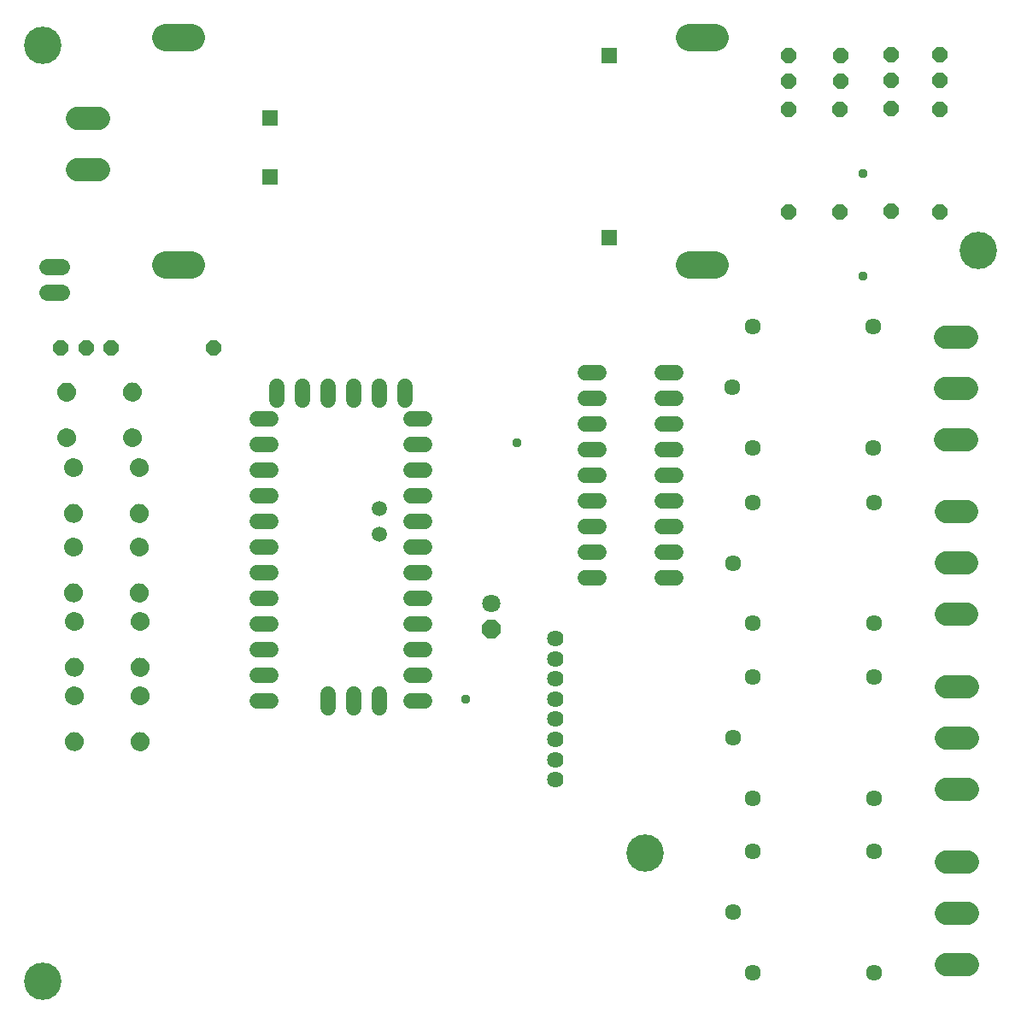
<source format=gbr>
G04 EAGLE Gerber RS-274X export*
G75*
%MOMM*%
%FSLAX34Y34*%
%LPD*%
%INSoldermask Bottom*%
%IPPOS*%
%AMOC8*
5,1,8,0,0,1.08239X$1,22.5*%
G01*
%ADD10C,3.703200*%
%ADD11P,1.951982X8X292.500000*%
%ADD12C,1.803400*%
%ADD13C,2.743200*%
%ADD14P,1.649562X8X292.500000*%
%ADD15P,1.649562X8X112.500000*%
%ADD16C,1.625600*%
%ADD17C,1.511200*%
%ADD18C,1.511200*%
%ADD19R,1.511200X1.511200*%
%ADD20C,1.524000*%
%ADD21P,1.649562X8X202.500000*%
%ADD22P,1.649562X8X22.500000*%
%ADD23C,2.298700*%
%ADD24C,1.625600*%
%ADD25C,1.611200*%
%ADD26C,0.959600*%

G36*
X126554Y612018D02*
X126554Y612018D01*
X126575Y612016D01*
X128266Y612168D01*
X128312Y612181D01*
X128388Y612191D01*
X130017Y612670D01*
X130045Y612684D01*
X130066Y612688D01*
X130091Y612702D01*
X130132Y612717D01*
X131636Y613504D01*
X131675Y613533D01*
X131740Y613572D01*
X133062Y614638D01*
X133094Y614674D01*
X133151Y614725D01*
X134240Y616028D01*
X134263Y616069D01*
X134310Y616130D01*
X135123Y617621D01*
X135138Y617666D01*
X135172Y617735D01*
X135679Y619355D01*
X135685Y619403D01*
X135704Y619477D01*
X135885Y621160D01*
X135910Y621358D01*
X135907Y621409D01*
X135911Y621500D01*
X135738Y623209D01*
X135725Y623255D01*
X135713Y623331D01*
X135210Y624973D01*
X135188Y625016D01*
X135162Y625088D01*
X134348Y626601D01*
X134318Y626638D01*
X134278Y626704D01*
X133185Y628028D01*
X133148Y628060D01*
X133097Y628116D01*
X131766Y629202D01*
X131723Y629225D01*
X131662Y629271D01*
X130145Y630076D01*
X130099Y630091D01*
X130030Y630123D01*
X129177Y630379D01*
X128384Y630617D01*
X128337Y630623D01*
X128262Y630641D01*
X126675Y630793D01*
X126658Y630800D01*
X126564Y630841D01*
X126554Y630841D01*
X126546Y630845D01*
X126359Y630856D01*
X124680Y630703D01*
X124633Y630690D01*
X124558Y630680D01*
X122941Y630202D01*
X122898Y630181D01*
X122826Y630156D01*
X121334Y629372D01*
X121296Y629342D01*
X121230Y629304D01*
X119919Y628244D01*
X119888Y628208D01*
X119831Y628157D01*
X118752Y626862D01*
X118728Y626820D01*
X118682Y626759D01*
X117876Y625278D01*
X117861Y625233D01*
X117828Y625164D01*
X117327Y623555D01*
X117321Y623507D01*
X117302Y623433D01*
X117127Y621780D01*
X117080Y621524D01*
X117080Y621502D01*
X117073Y621342D01*
X117258Y619625D01*
X117271Y619578D01*
X117283Y619503D01*
X117799Y617854D01*
X117821Y617811D01*
X117847Y617740D01*
X118675Y616223D01*
X118705Y616185D01*
X118745Y616120D01*
X119853Y614794D01*
X119889Y614763D01*
X119941Y614707D01*
X121286Y613623D01*
X121328Y613600D01*
X121390Y613554D01*
X122921Y612753D01*
X122967Y612739D01*
X123036Y612707D01*
X124693Y612219D01*
X124741Y612214D01*
X124816Y612196D01*
X126284Y612064D01*
X126312Y612048D01*
X126351Y612042D01*
X126388Y612027D01*
X126484Y612022D01*
X126534Y612014D01*
X126554Y612018D01*
G37*
G36*
X61530Y611993D02*
X61530Y611993D01*
X61551Y611991D01*
X63242Y612143D01*
X63288Y612156D01*
X63364Y612166D01*
X64993Y612645D01*
X65021Y612659D01*
X65042Y612663D01*
X65067Y612677D01*
X65108Y612692D01*
X66612Y613479D01*
X66651Y613508D01*
X66716Y613547D01*
X68038Y614613D01*
X68070Y614649D01*
X68127Y614700D01*
X69216Y616003D01*
X69239Y616044D01*
X69286Y616105D01*
X70099Y617596D01*
X70114Y617641D01*
X70148Y617710D01*
X70655Y619330D01*
X70661Y619378D01*
X70680Y619452D01*
X70861Y621135D01*
X70886Y621333D01*
X70883Y621384D01*
X70887Y621475D01*
X70714Y623184D01*
X70701Y623230D01*
X70689Y623306D01*
X70186Y624948D01*
X70164Y624991D01*
X70138Y625063D01*
X69324Y626576D01*
X69294Y626613D01*
X69254Y626679D01*
X68161Y628003D01*
X68124Y628035D01*
X68073Y628091D01*
X66742Y629177D01*
X66699Y629200D01*
X66638Y629246D01*
X65121Y630051D01*
X65075Y630066D01*
X65006Y630098D01*
X64153Y630354D01*
X63360Y630592D01*
X63313Y630598D01*
X63238Y630616D01*
X61651Y630768D01*
X61634Y630775D01*
X61540Y630816D01*
X61530Y630816D01*
X61522Y630820D01*
X61335Y630831D01*
X59656Y630678D01*
X59609Y630665D01*
X59534Y630655D01*
X57917Y630177D01*
X57874Y630156D01*
X57802Y630131D01*
X56310Y629347D01*
X56272Y629317D01*
X56206Y629279D01*
X54895Y628219D01*
X54864Y628183D01*
X54807Y628132D01*
X53728Y626837D01*
X53704Y626795D01*
X53658Y626734D01*
X52852Y625253D01*
X52837Y625208D01*
X52804Y625139D01*
X52303Y623530D01*
X52297Y623482D01*
X52278Y623408D01*
X52103Y621755D01*
X52056Y621499D01*
X52056Y621477D01*
X52049Y621317D01*
X52234Y619600D01*
X52247Y619553D01*
X52259Y619478D01*
X52775Y617829D01*
X52797Y617786D01*
X52823Y617715D01*
X53651Y616198D01*
X53681Y616160D01*
X53721Y616095D01*
X54829Y614769D01*
X54865Y614738D01*
X54917Y614682D01*
X56262Y613598D01*
X56304Y613575D01*
X56366Y613529D01*
X57897Y612728D01*
X57943Y612714D01*
X58012Y612682D01*
X59669Y612194D01*
X59717Y612189D01*
X59792Y612171D01*
X61260Y612039D01*
X61288Y612023D01*
X61327Y612017D01*
X61364Y612002D01*
X61460Y611997D01*
X61510Y611989D01*
X61530Y611993D01*
G37*
G36*
X61530Y566755D02*
X61530Y566755D01*
X61551Y566753D01*
X63242Y566905D01*
X63288Y566918D01*
X63364Y566928D01*
X64993Y567407D01*
X65021Y567421D01*
X65042Y567425D01*
X65067Y567439D01*
X65108Y567454D01*
X66612Y568241D01*
X66651Y568270D01*
X66716Y568309D01*
X68038Y569375D01*
X68070Y569411D01*
X68127Y569462D01*
X69216Y570765D01*
X69239Y570806D01*
X69286Y570867D01*
X70099Y572358D01*
X70114Y572403D01*
X70148Y572472D01*
X70655Y574092D01*
X70661Y574140D01*
X70680Y574214D01*
X70861Y575897D01*
X70886Y576095D01*
X70883Y576146D01*
X70887Y576237D01*
X70714Y577946D01*
X70701Y577992D01*
X70689Y578068D01*
X70186Y579710D01*
X70164Y579753D01*
X70138Y579825D01*
X69324Y581338D01*
X69294Y581375D01*
X69254Y581441D01*
X68161Y582765D01*
X68124Y582797D01*
X68073Y582853D01*
X66742Y583939D01*
X66699Y583962D01*
X66638Y584008D01*
X65121Y584813D01*
X65075Y584828D01*
X65006Y584860D01*
X64153Y585116D01*
X63360Y585354D01*
X63313Y585360D01*
X63238Y585378D01*
X61651Y585530D01*
X61634Y585537D01*
X61540Y585578D01*
X61530Y585578D01*
X61522Y585582D01*
X61335Y585593D01*
X59656Y585440D01*
X59609Y585427D01*
X59534Y585417D01*
X57917Y584939D01*
X57874Y584918D01*
X57802Y584893D01*
X56310Y584109D01*
X56272Y584079D01*
X56206Y584041D01*
X54895Y582981D01*
X54864Y582945D01*
X54807Y582894D01*
X53728Y581599D01*
X53704Y581557D01*
X53658Y581496D01*
X52852Y580015D01*
X52837Y579970D01*
X52804Y579901D01*
X52303Y578292D01*
X52297Y578244D01*
X52278Y578170D01*
X52103Y576517D01*
X52056Y576261D01*
X52056Y576239D01*
X52049Y576079D01*
X52234Y574362D01*
X52247Y574315D01*
X52259Y574240D01*
X52775Y572591D01*
X52797Y572548D01*
X52823Y572477D01*
X53651Y570960D01*
X53681Y570922D01*
X53721Y570857D01*
X54829Y569531D01*
X54865Y569500D01*
X54917Y569444D01*
X56262Y568360D01*
X56304Y568337D01*
X56366Y568291D01*
X57897Y567490D01*
X57943Y567476D01*
X58012Y567444D01*
X59669Y566956D01*
X59717Y566951D01*
X59792Y566933D01*
X61260Y566801D01*
X61288Y566785D01*
X61327Y566779D01*
X61364Y566764D01*
X61460Y566759D01*
X61510Y566751D01*
X61530Y566755D01*
G37*
G36*
X126605Y566730D02*
X126605Y566730D01*
X126626Y566728D01*
X128317Y566880D01*
X128363Y566893D01*
X128439Y566903D01*
X130068Y567382D01*
X130096Y567396D01*
X130117Y567400D01*
X130142Y567414D01*
X130183Y567429D01*
X131687Y568216D01*
X131726Y568245D01*
X131791Y568284D01*
X133113Y569350D01*
X133145Y569386D01*
X133202Y569437D01*
X134291Y570740D01*
X134314Y570781D01*
X134361Y570842D01*
X135174Y572333D01*
X135189Y572378D01*
X135223Y572447D01*
X135730Y574067D01*
X135736Y574115D01*
X135755Y574189D01*
X135936Y575872D01*
X135961Y576070D01*
X135958Y576121D01*
X135962Y576212D01*
X135789Y577921D01*
X135776Y577967D01*
X135764Y578043D01*
X135261Y579685D01*
X135239Y579728D01*
X135213Y579800D01*
X134399Y581313D01*
X134369Y581350D01*
X134329Y581416D01*
X133236Y582740D01*
X133199Y582772D01*
X133148Y582828D01*
X131817Y583914D01*
X131774Y583937D01*
X131713Y583983D01*
X130196Y584788D01*
X130150Y584803D01*
X130081Y584835D01*
X129228Y585091D01*
X128435Y585329D01*
X128388Y585335D01*
X128313Y585353D01*
X126726Y585505D01*
X126709Y585512D01*
X126615Y585553D01*
X126605Y585553D01*
X126597Y585557D01*
X126410Y585568D01*
X124731Y585415D01*
X124684Y585402D01*
X124609Y585392D01*
X122992Y584914D01*
X122949Y584893D01*
X122877Y584868D01*
X121385Y584084D01*
X121347Y584054D01*
X121281Y584016D01*
X119970Y582956D01*
X119939Y582920D01*
X119882Y582869D01*
X118803Y581574D01*
X118779Y581532D01*
X118733Y581471D01*
X117927Y579990D01*
X117912Y579945D01*
X117879Y579876D01*
X117378Y578267D01*
X117372Y578219D01*
X117353Y578145D01*
X117178Y576492D01*
X117131Y576236D01*
X117131Y576214D01*
X117124Y576054D01*
X117309Y574337D01*
X117322Y574290D01*
X117334Y574215D01*
X117850Y572566D01*
X117872Y572523D01*
X117898Y572452D01*
X118726Y570935D01*
X118756Y570897D01*
X118796Y570832D01*
X119904Y569506D01*
X119940Y569475D01*
X119992Y569419D01*
X121337Y568335D01*
X121379Y568312D01*
X121441Y568266D01*
X122972Y567465D01*
X123018Y567451D01*
X123087Y567419D01*
X124744Y566931D01*
X124792Y566926D01*
X124867Y566908D01*
X126335Y566776D01*
X126363Y566760D01*
X126402Y566754D01*
X126439Y566739D01*
X126535Y566734D01*
X126585Y566726D01*
X126605Y566730D01*
G37*
G36*
X133539Y537088D02*
X133539Y537088D01*
X133560Y537086D01*
X135251Y537238D01*
X135297Y537251D01*
X135373Y537261D01*
X137002Y537740D01*
X137030Y537754D01*
X137051Y537758D01*
X137076Y537772D01*
X137117Y537787D01*
X138621Y538574D01*
X138660Y538603D01*
X138725Y538642D01*
X140047Y539708D01*
X140079Y539744D01*
X140136Y539795D01*
X141225Y541098D01*
X141248Y541139D01*
X141295Y541200D01*
X142108Y542691D01*
X142123Y542736D01*
X142157Y542805D01*
X142664Y544425D01*
X142670Y544473D01*
X142689Y544547D01*
X142870Y546230D01*
X142895Y546428D01*
X142892Y546479D01*
X142896Y546570D01*
X142723Y548279D01*
X142710Y548325D01*
X142698Y548401D01*
X142195Y550043D01*
X142173Y550086D01*
X142147Y550158D01*
X141333Y551671D01*
X141303Y551708D01*
X141263Y551774D01*
X140170Y553098D01*
X140133Y553130D01*
X140082Y553186D01*
X138751Y554272D01*
X138708Y554295D01*
X138647Y554341D01*
X137130Y555146D01*
X137084Y555161D01*
X137015Y555193D01*
X136162Y555449D01*
X135369Y555687D01*
X135322Y555693D01*
X135247Y555711D01*
X133660Y555863D01*
X133643Y555870D01*
X133549Y555911D01*
X133539Y555911D01*
X133531Y555915D01*
X133344Y555926D01*
X131665Y555773D01*
X131618Y555760D01*
X131543Y555750D01*
X129926Y555272D01*
X129883Y555251D01*
X129811Y555226D01*
X128319Y554442D01*
X128281Y554412D01*
X128215Y554374D01*
X126904Y553314D01*
X126873Y553278D01*
X126816Y553227D01*
X125737Y551932D01*
X125713Y551890D01*
X125667Y551829D01*
X124861Y550348D01*
X124846Y550303D01*
X124813Y550234D01*
X124312Y548625D01*
X124306Y548577D01*
X124287Y548503D01*
X124112Y546850D01*
X124065Y546594D01*
X124065Y546572D01*
X124058Y546412D01*
X124243Y544695D01*
X124256Y544648D01*
X124268Y544573D01*
X124784Y542924D01*
X124806Y542881D01*
X124832Y542810D01*
X125660Y541293D01*
X125690Y541255D01*
X125730Y541190D01*
X126838Y539864D01*
X126874Y539833D01*
X126926Y539777D01*
X128271Y538693D01*
X128313Y538670D01*
X128375Y538624D01*
X129906Y537823D01*
X129952Y537809D01*
X130021Y537777D01*
X131678Y537289D01*
X131726Y537284D01*
X131801Y537266D01*
X133269Y537134D01*
X133297Y537118D01*
X133336Y537112D01*
X133373Y537097D01*
X133469Y537092D01*
X133519Y537084D01*
X133539Y537088D01*
G37*
G36*
X68515Y537063D02*
X68515Y537063D01*
X68536Y537061D01*
X70227Y537213D01*
X70273Y537226D01*
X70349Y537236D01*
X71978Y537715D01*
X72006Y537729D01*
X72027Y537733D01*
X72052Y537747D01*
X72093Y537762D01*
X73597Y538549D01*
X73636Y538578D01*
X73701Y538617D01*
X75023Y539683D01*
X75055Y539719D01*
X75112Y539770D01*
X76201Y541073D01*
X76224Y541114D01*
X76271Y541175D01*
X77084Y542666D01*
X77099Y542711D01*
X77133Y542780D01*
X77640Y544400D01*
X77646Y544448D01*
X77665Y544522D01*
X77846Y546205D01*
X77871Y546403D01*
X77868Y546454D01*
X77872Y546545D01*
X77699Y548254D01*
X77686Y548300D01*
X77674Y548376D01*
X77171Y550018D01*
X77149Y550061D01*
X77123Y550133D01*
X76309Y551646D01*
X76279Y551683D01*
X76239Y551749D01*
X75146Y553073D01*
X75109Y553105D01*
X75058Y553161D01*
X73727Y554247D01*
X73684Y554270D01*
X73623Y554316D01*
X72106Y555121D01*
X72060Y555136D01*
X71991Y555168D01*
X71138Y555424D01*
X70345Y555662D01*
X70298Y555668D01*
X70223Y555686D01*
X68636Y555838D01*
X68619Y555845D01*
X68525Y555886D01*
X68515Y555886D01*
X68507Y555890D01*
X68320Y555901D01*
X66641Y555748D01*
X66594Y555735D01*
X66519Y555725D01*
X64902Y555247D01*
X64859Y555226D01*
X64787Y555201D01*
X63295Y554417D01*
X63257Y554387D01*
X63191Y554349D01*
X61880Y553289D01*
X61849Y553253D01*
X61792Y553202D01*
X60713Y551907D01*
X60689Y551865D01*
X60643Y551804D01*
X59837Y550323D01*
X59822Y550278D01*
X59789Y550209D01*
X59288Y548600D01*
X59282Y548552D01*
X59263Y548478D01*
X59088Y546825D01*
X59041Y546569D01*
X59041Y546547D01*
X59034Y546387D01*
X59219Y544670D01*
X59232Y544623D01*
X59244Y544548D01*
X59760Y542899D01*
X59782Y542856D01*
X59808Y542785D01*
X60636Y541268D01*
X60666Y541230D01*
X60706Y541165D01*
X61814Y539839D01*
X61850Y539808D01*
X61902Y539752D01*
X63247Y538668D01*
X63289Y538645D01*
X63351Y538599D01*
X64882Y537798D01*
X64928Y537784D01*
X64997Y537752D01*
X66654Y537264D01*
X66702Y537259D01*
X66777Y537241D01*
X68245Y537109D01*
X68273Y537093D01*
X68312Y537087D01*
X68349Y537072D01*
X68445Y537067D01*
X68495Y537059D01*
X68515Y537063D01*
G37*
G36*
X68515Y491825D02*
X68515Y491825D01*
X68536Y491823D01*
X70227Y491975D01*
X70273Y491988D01*
X70349Y491998D01*
X71978Y492477D01*
X72006Y492491D01*
X72027Y492495D01*
X72052Y492509D01*
X72093Y492524D01*
X73597Y493311D01*
X73636Y493340D01*
X73701Y493379D01*
X75023Y494445D01*
X75055Y494481D01*
X75112Y494532D01*
X76201Y495835D01*
X76224Y495876D01*
X76271Y495937D01*
X77084Y497428D01*
X77099Y497473D01*
X77133Y497542D01*
X77640Y499162D01*
X77646Y499210D01*
X77665Y499284D01*
X77846Y500967D01*
X77871Y501165D01*
X77868Y501216D01*
X77872Y501307D01*
X77699Y503016D01*
X77686Y503062D01*
X77674Y503138D01*
X77171Y504780D01*
X77149Y504823D01*
X77123Y504895D01*
X76309Y506408D01*
X76279Y506445D01*
X76239Y506511D01*
X75146Y507835D01*
X75109Y507867D01*
X75058Y507923D01*
X73727Y509009D01*
X73684Y509032D01*
X73623Y509078D01*
X72106Y509883D01*
X72060Y509898D01*
X71991Y509930D01*
X71138Y510186D01*
X70345Y510424D01*
X70298Y510430D01*
X70223Y510448D01*
X68636Y510600D01*
X68619Y510607D01*
X68525Y510648D01*
X68515Y510648D01*
X68507Y510652D01*
X68320Y510663D01*
X66641Y510510D01*
X66594Y510497D01*
X66519Y510487D01*
X64902Y510009D01*
X64859Y509988D01*
X64787Y509963D01*
X63295Y509179D01*
X63257Y509149D01*
X63191Y509111D01*
X61880Y508051D01*
X61849Y508015D01*
X61792Y507964D01*
X60713Y506669D01*
X60689Y506627D01*
X60643Y506566D01*
X59837Y505085D01*
X59822Y505040D01*
X59789Y504971D01*
X59288Y503362D01*
X59282Y503314D01*
X59263Y503240D01*
X59088Y501587D01*
X59041Y501331D01*
X59041Y501309D01*
X59034Y501149D01*
X59219Y499432D01*
X59232Y499385D01*
X59244Y499310D01*
X59760Y497661D01*
X59782Y497618D01*
X59808Y497547D01*
X60636Y496030D01*
X60666Y495992D01*
X60706Y495927D01*
X61814Y494601D01*
X61850Y494570D01*
X61902Y494514D01*
X63247Y493430D01*
X63289Y493407D01*
X63351Y493361D01*
X64882Y492560D01*
X64928Y492546D01*
X64997Y492514D01*
X66654Y492026D01*
X66702Y492021D01*
X66777Y492003D01*
X68245Y491871D01*
X68273Y491855D01*
X68312Y491849D01*
X68349Y491834D01*
X68445Y491829D01*
X68495Y491821D01*
X68515Y491825D01*
G37*
G36*
X133590Y491800D02*
X133590Y491800D01*
X133611Y491798D01*
X135302Y491950D01*
X135348Y491963D01*
X135424Y491973D01*
X137053Y492452D01*
X137081Y492466D01*
X137102Y492470D01*
X137127Y492484D01*
X137168Y492499D01*
X138672Y493286D01*
X138711Y493315D01*
X138776Y493354D01*
X140098Y494420D01*
X140130Y494456D01*
X140187Y494507D01*
X141276Y495810D01*
X141299Y495851D01*
X141346Y495912D01*
X142159Y497403D01*
X142174Y497448D01*
X142208Y497517D01*
X142715Y499137D01*
X142721Y499185D01*
X142740Y499259D01*
X142921Y500942D01*
X142946Y501140D01*
X142943Y501191D01*
X142947Y501282D01*
X142774Y502991D01*
X142761Y503037D01*
X142749Y503113D01*
X142246Y504755D01*
X142224Y504798D01*
X142198Y504870D01*
X141384Y506383D01*
X141354Y506420D01*
X141314Y506486D01*
X140221Y507810D01*
X140184Y507842D01*
X140133Y507898D01*
X138802Y508984D01*
X138759Y509007D01*
X138698Y509053D01*
X137181Y509858D01*
X137135Y509873D01*
X137066Y509905D01*
X136213Y510161D01*
X135420Y510399D01*
X135373Y510405D01*
X135298Y510423D01*
X133711Y510575D01*
X133694Y510582D01*
X133600Y510623D01*
X133590Y510623D01*
X133582Y510627D01*
X133395Y510638D01*
X131716Y510485D01*
X131669Y510472D01*
X131594Y510462D01*
X129977Y509984D01*
X129934Y509963D01*
X129862Y509938D01*
X128370Y509154D01*
X128332Y509124D01*
X128266Y509086D01*
X126955Y508026D01*
X126924Y507990D01*
X126867Y507939D01*
X125788Y506644D01*
X125764Y506602D01*
X125718Y506541D01*
X124912Y505060D01*
X124897Y505015D01*
X124864Y504946D01*
X124363Y503337D01*
X124357Y503289D01*
X124338Y503215D01*
X124163Y501562D01*
X124116Y501306D01*
X124116Y501284D01*
X124109Y501124D01*
X124294Y499407D01*
X124307Y499360D01*
X124319Y499285D01*
X124835Y497636D01*
X124857Y497593D01*
X124883Y497522D01*
X125711Y496005D01*
X125741Y495967D01*
X125781Y495902D01*
X126889Y494576D01*
X126925Y494545D01*
X126977Y494489D01*
X128322Y493405D01*
X128364Y493382D01*
X128426Y493336D01*
X129957Y492535D01*
X130003Y492521D01*
X130072Y492489D01*
X131729Y492001D01*
X131777Y491996D01*
X131852Y491978D01*
X133320Y491846D01*
X133348Y491830D01*
X133387Y491824D01*
X133424Y491809D01*
X133520Y491804D01*
X133570Y491796D01*
X133590Y491800D01*
G37*
G36*
X133539Y458348D02*
X133539Y458348D01*
X133560Y458346D01*
X135251Y458498D01*
X135297Y458511D01*
X135373Y458521D01*
X137002Y459000D01*
X137030Y459014D01*
X137051Y459018D01*
X137076Y459032D01*
X137117Y459047D01*
X138621Y459834D01*
X138660Y459863D01*
X138725Y459902D01*
X140047Y460968D01*
X140079Y461004D01*
X140136Y461055D01*
X141225Y462358D01*
X141248Y462399D01*
X141295Y462460D01*
X142108Y463951D01*
X142123Y463996D01*
X142157Y464065D01*
X142664Y465685D01*
X142670Y465733D01*
X142689Y465807D01*
X142870Y467490D01*
X142895Y467688D01*
X142892Y467739D01*
X142896Y467830D01*
X142723Y469539D01*
X142710Y469585D01*
X142698Y469661D01*
X142195Y471303D01*
X142173Y471346D01*
X142147Y471418D01*
X141333Y472931D01*
X141303Y472968D01*
X141263Y473034D01*
X140170Y474358D01*
X140133Y474390D01*
X140082Y474446D01*
X138751Y475532D01*
X138708Y475555D01*
X138647Y475601D01*
X137130Y476406D01*
X137084Y476421D01*
X137015Y476453D01*
X136162Y476709D01*
X135369Y476947D01*
X135322Y476953D01*
X135247Y476971D01*
X133660Y477123D01*
X133643Y477130D01*
X133549Y477171D01*
X133539Y477171D01*
X133531Y477175D01*
X133344Y477186D01*
X131665Y477033D01*
X131618Y477020D01*
X131543Y477010D01*
X129926Y476532D01*
X129883Y476511D01*
X129811Y476486D01*
X128319Y475702D01*
X128281Y475672D01*
X128215Y475634D01*
X126904Y474574D01*
X126873Y474538D01*
X126816Y474487D01*
X125737Y473192D01*
X125713Y473150D01*
X125667Y473089D01*
X124861Y471608D01*
X124846Y471563D01*
X124813Y471494D01*
X124312Y469885D01*
X124306Y469837D01*
X124287Y469763D01*
X124112Y468110D01*
X124065Y467854D01*
X124065Y467832D01*
X124058Y467672D01*
X124243Y465955D01*
X124256Y465908D01*
X124268Y465833D01*
X124784Y464184D01*
X124806Y464141D01*
X124832Y464070D01*
X125660Y462553D01*
X125690Y462515D01*
X125730Y462450D01*
X126838Y461124D01*
X126874Y461093D01*
X126926Y461037D01*
X128271Y459953D01*
X128313Y459930D01*
X128375Y459884D01*
X129906Y459083D01*
X129952Y459069D01*
X130021Y459037D01*
X131678Y458549D01*
X131726Y458544D01*
X131801Y458526D01*
X133269Y458394D01*
X133297Y458378D01*
X133336Y458372D01*
X133373Y458357D01*
X133469Y458352D01*
X133519Y458344D01*
X133539Y458348D01*
G37*
G36*
X68515Y458323D02*
X68515Y458323D01*
X68536Y458321D01*
X70227Y458473D01*
X70273Y458486D01*
X70349Y458496D01*
X71978Y458975D01*
X72006Y458989D01*
X72027Y458993D01*
X72052Y459007D01*
X72093Y459022D01*
X73597Y459809D01*
X73636Y459838D01*
X73701Y459877D01*
X75023Y460943D01*
X75055Y460979D01*
X75112Y461030D01*
X76201Y462333D01*
X76224Y462374D01*
X76271Y462435D01*
X77084Y463926D01*
X77099Y463971D01*
X77133Y464040D01*
X77640Y465660D01*
X77646Y465708D01*
X77665Y465782D01*
X77846Y467465D01*
X77871Y467663D01*
X77868Y467714D01*
X77872Y467805D01*
X77699Y469514D01*
X77686Y469560D01*
X77674Y469636D01*
X77171Y471278D01*
X77149Y471321D01*
X77123Y471393D01*
X76309Y472906D01*
X76279Y472943D01*
X76239Y473009D01*
X75146Y474333D01*
X75109Y474365D01*
X75058Y474421D01*
X73727Y475507D01*
X73684Y475530D01*
X73623Y475576D01*
X72106Y476381D01*
X72060Y476396D01*
X71991Y476428D01*
X71138Y476684D01*
X70345Y476922D01*
X70298Y476928D01*
X70223Y476946D01*
X68636Y477098D01*
X68619Y477105D01*
X68525Y477146D01*
X68515Y477146D01*
X68507Y477150D01*
X68320Y477161D01*
X66641Y477008D01*
X66594Y476995D01*
X66519Y476985D01*
X64902Y476507D01*
X64859Y476486D01*
X64787Y476461D01*
X63295Y475677D01*
X63257Y475647D01*
X63191Y475609D01*
X61880Y474549D01*
X61849Y474513D01*
X61792Y474462D01*
X60713Y473167D01*
X60689Y473125D01*
X60643Y473064D01*
X59837Y471583D01*
X59822Y471538D01*
X59789Y471469D01*
X59288Y469860D01*
X59282Y469812D01*
X59263Y469738D01*
X59088Y468085D01*
X59041Y467829D01*
X59041Y467807D01*
X59034Y467647D01*
X59219Y465930D01*
X59232Y465883D01*
X59244Y465808D01*
X59760Y464159D01*
X59782Y464116D01*
X59808Y464045D01*
X60636Y462528D01*
X60666Y462490D01*
X60706Y462425D01*
X61814Y461099D01*
X61850Y461068D01*
X61902Y461012D01*
X63247Y459928D01*
X63289Y459905D01*
X63351Y459859D01*
X64882Y459058D01*
X64928Y459044D01*
X64997Y459012D01*
X66654Y458524D01*
X66702Y458519D01*
X66777Y458501D01*
X68245Y458369D01*
X68273Y458353D01*
X68312Y458347D01*
X68349Y458332D01*
X68445Y458327D01*
X68495Y458319D01*
X68515Y458323D01*
G37*
G36*
X68515Y413085D02*
X68515Y413085D01*
X68536Y413083D01*
X70227Y413235D01*
X70273Y413248D01*
X70349Y413258D01*
X71978Y413737D01*
X72006Y413751D01*
X72027Y413755D01*
X72052Y413769D01*
X72093Y413784D01*
X73597Y414571D01*
X73636Y414600D01*
X73701Y414639D01*
X75023Y415705D01*
X75055Y415741D01*
X75112Y415792D01*
X76201Y417095D01*
X76224Y417136D01*
X76271Y417197D01*
X77084Y418688D01*
X77099Y418733D01*
X77133Y418802D01*
X77640Y420422D01*
X77646Y420470D01*
X77665Y420544D01*
X77846Y422227D01*
X77871Y422425D01*
X77868Y422476D01*
X77872Y422567D01*
X77699Y424276D01*
X77686Y424322D01*
X77674Y424398D01*
X77171Y426040D01*
X77149Y426083D01*
X77123Y426155D01*
X76309Y427668D01*
X76279Y427705D01*
X76239Y427771D01*
X75146Y429095D01*
X75109Y429127D01*
X75058Y429183D01*
X73727Y430269D01*
X73684Y430292D01*
X73623Y430338D01*
X72106Y431143D01*
X72060Y431158D01*
X71991Y431190D01*
X71138Y431446D01*
X70345Y431684D01*
X70298Y431690D01*
X70223Y431708D01*
X68636Y431860D01*
X68619Y431867D01*
X68525Y431908D01*
X68515Y431908D01*
X68507Y431912D01*
X68320Y431923D01*
X66641Y431770D01*
X66594Y431757D01*
X66519Y431747D01*
X64902Y431269D01*
X64859Y431248D01*
X64787Y431223D01*
X63295Y430439D01*
X63257Y430409D01*
X63191Y430371D01*
X61880Y429311D01*
X61849Y429275D01*
X61792Y429224D01*
X60713Y427929D01*
X60689Y427887D01*
X60643Y427826D01*
X59837Y426345D01*
X59822Y426300D01*
X59789Y426231D01*
X59288Y424622D01*
X59282Y424574D01*
X59263Y424500D01*
X59088Y422847D01*
X59041Y422591D01*
X59041Y422569D01*
X59034Y422409D01*
X59219Y420692D01*
X59232Y420645D01*
X59244Y420570D01*
X59760Y418921D01*
X59782Y418878D01*
X59808Y418807D01*
X60636Y417290D01*
X60666Y417252D01*
X60706Y417187D01*
X61814Y415861D01*
X61850Y415830D01*
X61902Y415774D01*
X63247Y414690D01*
X63289Y414667D01*
X63351Y414621D01*
X64882Y413820D01*
X64928Y413806D01*
X64997Y413774D01*
X66654Y413286D01*
X66702Y413281D01*
X66777Y413263D01*
X68245Y413131D01*
X68273Y413115D01*
X68312Y413109D01*
X68349Y413094D01*
X68445Y413089D01*
X68495Y413081D01*
X68515Y413085D01*
G37*
G36*
X133590Y413060D02*
X133590Y413060D01*
X133611Y413058D01*
X135302Y413210D01*
X135348Y413223D01*
X135424Y413233D01*
X137053Y413712D01*
X137081Y413726D01*
X137102Y413730D01*
X137127Y413744D01*
X137168Y413759D01*
X138672Y414546D01*
X138711Y414575D01*
X138776Y414614D01*
X140098Y415680D01*
X140130Y415716D01*
X140187Y415767D01*
X141276Y417070D01*
X141299Y417111D01*
X141346Y417172D01*
X142159Y418663D01*
X142174Y418708D01*
X142208Y418777D01*
X142715Y420397D01*
X142721Y420445D01*
X142740Y420519D01*
X142921Y422202D01*
X142946Y422400D01*
X142943Y422451D01*
X142947Y422542D01*
X142774Y424251D01*
X142761Y424297D01*
X142749Y424373D01*
X142246Y426015D01*
X142224Y426058D01*
X142198Y426130D01*
X141384Y427643D01*
X141354Y427680D01*
X141314Y427746D01*
X140221Y429070D01*
X140184Y429102D01*
X140133Y429158D01*
X138802Y430244D01*
X138759Y430267D01*
X138698Y430313D01*
X137181Y431118D01*
X137135Y431133D01*
X137066Y431165D01*
X136213Y431421D01*
X135420Y431659D01*
X135373Y431665D01*
X135298Y431683D01*
X133711Y431835D01*
X133694Y431842D01*
X133600Y431883D01*
X133590Y431883D01*
X133582Y431887D01*
X133395Y431898D01*
X131716Y431745D01*
X131669Y431732D01*
X131594Y431722D01*
X129977Y431244D01*
X129934Y431223D01*
X129862Y431198D01*
X128370Y430414D01*
X128332Y430384D01*
X128266Y430346D01*
X126955Y429286D01*
X126924Y429250D01*
X126867Y429199D01*
X125788Y427904D01*
X125764Y427862D01*
X125718Y427801D01*
X124912Y426320D01*
X124897Y426275D01*
X124864Y426206D01*
X124363Y424597D01*
X124357Y424549D01*
X124338Y424475D01*
X124163Y422822D01*
X124116Y422566D01*
X124116Y422544D01*
X124109Y422384D01*
X124294Y420667D01*
X124307Y420620D01*
X124319Y420545D01*
X124835Y418896D01*
X124857Y418853D01*
X124883Y418782D01*
X125711Y417265D01*
X125741Y417227D01*
X125781Y417162D01*
X126889Y415836D01*
X126925Y415805D01*
X126977Y415749D01*
X128322Y414665D01*
X128364Y414642D01*
X128426Y414596D01*
X129957Y413795D01*
X130003Y413781D01*
X130072Y413749D01*
X131729Y413261D01*
X131777Y413256D01*
X131852Y413238D01*
X133320Y413106D01*
X133348Y413090D01*
X133387Y413084D01*
X133424Y413069D01*
X133520Y413064D01*
X133570Y413056D01*
X133590Y413060D01*
G37*
G36*
X134174Y384688D02*
X134174Y384688D01*
X134195Y384686D01*
X135886Y384838D01*
X135932Y384851D01*
X136008Y384861D01*
X137637Y385340D01*
X137665Y385354D01*
X137686Y385358D01*
X137711Y385372D01*
X137752Y385387D01*
X139256Y386174D01*
X139295Y386203D01*
X139360Y386242D01*
X140682Y387308D01*
X140714Y387344D01*
X140771Y387395D01*
X141860Y388698D01*
X141883Y388739D01*
X141930Y388800D01*
X142743Y390291D01*
X142758Y390336D01*
X142792Y390405D01*
X143299Y392025D01*
X143305Y392073D01*
X143324Y392147D01*
X143505Y393830D01*
X143530Y394028D01*
X143527Y394079D01*
X143531Y394170D01*
X143358Y395879D01*
X143345Y395925D01*
X143333Y396001D01*
X142830Y397643D01*
X142808Y397686D01*
X142782Y397758D01*
X141968Y399271D01*
X141938Y399308D01*
X141898Y399374D01*
X140805Y400698D01*
X140768Y400730D01*
X140717Y400786D01*
X139386Y401872D01*
X139343Y401895D01*
X139282Y401941D01*
X137765Y402746D01*
X137719Y402761D01*
X137650Y402793D01*
X136797Y403049D01*
X136004Y403287D01*
X135957Y403293D01*
X135882Y403311D01*
X134295Y403463D01*
X134278Y403470D01*
X134184Y403511D01*
X134174Y403511D01*
X134166Y403515D01*
X133979Y403526D01*
X132300Y403373D01*
X132253Y403360D01*
X132178Y403350D01*
X130561Y402872D01*
X130518Y402851D01*
X130446Y402826D01*
X128954Y402042D01*
X128916Y402012D01*
X128850Y401974D01*
X127539Y400914D01*
X127508Y400878D01*
X127451Y400827D01*
X126372Y399532D01*
X126348Y399490D01*
X126302Y399429D01*
X125496Y397948D01*
X125481Y397903D01*
X125448Y397834D01*
X124947Y396225D01*
X124941Y396177D01*
X124922Y396103D01*
X124747Y394450D01*
X124700Y394194D01*
X124700Y394172D01*
X124693Y394012D01*
X124878Y392295D01*
X124891Y392248D01*
X124903Y392173D01*
X125419Y390524D01*
X125441Y390481D01*
X125467Y390410D01*
X126295Y388893D01*
X126325Y388855D01*
X126365Y388790D01*
X127473Y387464D01*
X127509Y387433D01*
X127561Y387377D01*
X128906Y386293D01*
X128948Y386270D01*
X129010Y386224D01*
X130541Y385423D01*
X130587Y385409D01*
X130656Y385377D01*
X132313Y384889D01*
X132361Y384884D01*
X132436Y384866D01*
X133904Y384734D01*
X133932Y384718D01*
X133971Y384712D01*
X134008Y384697D01*
X134104Y384692D01*
X134154Y384684D01*
X134174Y384688D01*
G37*
G36*
X69150Y384663D02*
X69150Y384663D01*
X69171Y384661D01*
X70862Y384813D01*
X70908Y384826D01*
X70984Y384836D01*
X72613Y385315D01*
X72641Y385329D01*
X72662Y385333D01*
X72687Y385347D01*
X72728Y385362D01*
X74232Y386149D01*
X74271Y386178D01*
X74336Y386217D01*
X75658Y387283D01*
X75690Y387319D01*
X75747Y387370D01*
X76836Y388673D01*
X76859Y388714D01*
X76906Y388775D01*
X77719Y390266D01*
X77734Y390311D01*
X77768Y390380D01*
X78275Y392000D01*
X78281Y392048D01*
X78300Y392122D01*
X78481Y393805D01*
X78506Y394003D01*
X78503Y394054D01*
X78507Y394145D01*
X78334Y395854D01*
X78321Y395900D01*
X78309Y395976D01*
X77806Y397618D01*
X77784Y397661D01*
X77758Y397733D01*
X76944Y399246D01*
X76914Y399283D01*
X76874Y399349D01*
X75781Y400673D01*
X75744Y400705D01*
X75693Y400761D01*
X74362Y401847D01*
X74319Y401870D01*
X74258Y401916D01*
X72741Y402721D01*
X72695Y402736D01*
X72626Y402768D01*
X71773Y403024D01*
X70980Y403262D01*
X70933Y403268D01*
X70858Y403286D01*
X69271Y403438D01*
X69254Y403445D01*
X69160Y403486D01*
X69150Y403486D01*
X69142Y403490D01*
X68955Y403501D01*
X67276Y403348D01*
X67229Y403335D01*
X67154Y403325D01*
X65537Y402847D01*
X65494Y402826D01*
X65422Y402801D01*
X63930Y402017D01*
X63892Y401987D01*
X63826Y401949D01*
X62515Y400889D01*
X62484Y400853D01*
X62427Y400802D01*
X61348Y399507D01*
X61324Y399465D01*
X61278Y399404D01*
X60472Y397923D01*
X60457Y397878D01*
X60424Y397809D01*
X59923Y396200D01*
X59917Y396152D01*
X59898Y396078D01*
X59723Y394425D01*
X59676Y394169D01*
X59676Y394147D01*
X59669Y393987D01*
X59854Y392270D01*
X59867Y392223D01*
X59879Y392148D01*
X60395Y390499D01*
X60417Y390456D01*
X60443Y390385D01*
X61271Y388868D01*
X61301Y388830D01*
X61341Y388765D01*
X62449Y387439D01*
X62485Y387408D01*
X62537Y387352D01*
X63882Y386268D01*
X63924Y386245D01*
X63986Y386199D01*
X65517Y385398D01*
X65563Y385384D01*
X65632Y385352D01*
X67289Y384864D01*
X67337Y384859D01*
X67412Y384841D01*
X68880Y384709D01*
X68908Y384693D01*
X68947Y384687D01*
X68984Y384672D01*
X69080Y384667D01*
X69130Y384659D01*
X69150Y384663D01*
G37*
G36*
X69150Y339425D02*
X69150Y339425D01*
X69171Y339423D01*
X70862Y339575D01*
X70908Y339588D01*
X70984Y339598D01*
X72613Y340077D01*
X72641Y340091D01*
X72662Y340095D01*
X72687Y340109D01*
X72728Y340124D01*
X74232Y340911D01*
X74271Y340940D01*
X74336Y340979D01*
X75658Y342045D01*
X75690Y342081D01*
X75747Y342132D01*
X76836Y343435D01*
X76859Y343476D01*
X76906Y343537D01*
X77719Y345028D01*
X77734Y345073D01*
X77768Y345142D01*
X78275Y346762D01*
X78281Y346810D01*
X78300Y346884D01*
X78481Y348567D01*
X78506Y348765D01*
X78503Y348816D01*
X78507Y348907D01*
X78334Y350616D01*
X78321Y350662D01*
X78309Y350738D01*
X77806Y352380D01*
X77784Y352423D01*
X77758Y352495D01*
X76944Y354008D01*
X76914Y354045D01*
X76874Y354111D01*
X75781Y355435D01*
X75744Y355467D01*
X75693Y355523D01*
X74362Y356609D01*
X74319Y356632D01*
X74258Y356678D01*
X72741Y357483D01*
X72695Y357498D01*
X72626Y357530D01*
X71773Y357786D01*
X70980Y358024D01*
X70933Y358030D01*
X70858Y358048D01*
X69271Y358200D01*
X69254Y358207D01*
X69160Y358248D01*
X69150Y358248D01*
X69142Y358252D01*
X68955Y358263D01*
X67276Y358110D01*
X67229Y358097D01*
X67154Y358087D01*
X65537Y357609D01*
X65494Y357588D01*
X65422Y357563D01*
X63930Y356779D01*
X63892Y356749D01*
X63826Y356711D01*
X62515Y355651D01*
X62484Y355615D01*
X62427Y355564D01*
X61348Y354269D01*
X61324Y354227D01*
X61278Y354166D01*
X60472Y352685D01*
X60457Y352640D01*
X60424Y352571D01*
X59923Y350962D01*
X59917Y350914D01*
X59898Y350840D01*
X59723Y349187D01*
X59676Y348931D01*
X59676Y348909D01*
X59669Y348749D01*
X59854Y347032D01*
X59867Y346985D01*
X59879Y346910D01*
X60395Y345261D01*
X60417Y345218D01*
X60443Y345147D01*
X61271Y343630D01*
X61301Y343592D01*
X61341Y343527D01*
X62449Y342201D01*
X62485Y342170D01*
X62537Y342114D01*
X63882Y341030D01*
X63924Y341007D01*
X63986Y340961D01*
X65517Y340160D01*
X65563Y340146D01*
X65632Y340114D01*
X67289Y339626D01*
X67337Y339621D01*
X67412Y339603D01*
X68880Y339471D01*
X68908Y339455D01*
X68947Y339449D01*
X68984Y339434D01*
X69080Y339429D01*
X69130Y339421D01*
X69150Y339425D01*
G37*
G36*
X134225Y339400D02*
X134225Y339400D01*
X134246Y339398D01*
X135937Y339550D01*
X135983Y339563D01*
X136059Y339573D01*
X137688Y340052D01*
X137716Y340066D01*
X137737Y340070D01*
X137762Y340084D01*
X137803Y340099D01*
X139307Y340886D01*
X139346Y340915D01*
X139411Y340954D01*
X140733Y342020D01*
X140765Y342056D01*
X140822Y342107D01*
X141911Y343410D01*
X141934Y343451D01*
X141981Y343512D01*
X142794Y345003D01*
X142809Y345048D01*
X142843Y345117D01*
X143350Y346737D01*
X143356Y346785D01*
X143375Y346859D01*
X143556Y348542D01*
X143581Y348740D01*
X143578Y348791D01*
X143582Y348882D01*
X143409Y350591D01*
X143396Y350637D01*
X143384Y350713D01*
X142881Y352355D01*
X142859Y352398D01*
X142833Y352470D01*
X142019Y353983D01*
X141989Y354020D01*
X141949Y354086D01*
X140856Y355410D01*
X140819Y355442D01*
X140768Y355498D01*
X139437Y356584D01*
X139394Y356607D01*
X139333Y356653D01*
X137816Y357458D01*
X137770Y357473D01*
X137701Y357505D01*
X136848Y357761D01*
X136055Y357999D01*
X136008Y358005D01*
X135933Y358023D01*
X134346Y358175D01*
X134329Y358182D01*
X134235Y358223D01*
X134225Y358223D01*
X134217Y358227D01*
X134030Y358238D01*
X132351Y358085D01*
X132304Y358072D01*
X132229Y358062D01*
X130612Y357584D01*
X130569Y357563D01*
X130497Y357538D01*
X129005Y356754D01*
X128967Y356724D01*
X128901Y356686D01*
X127590Y355626D01*
X127559Y355590D01*
X127502Y355539D01*
X126423Y354244D01*
X126399Y354202D01*
X126353Y354141D01*
X125547Y352660D01*
X125532Y352615D01*
X125499Y352546D01*
X124998Y350937D01*
X124992Y350889D01*
X124973Y350815D01*
X124798Y349162D01*
X124751Y348906D01*
X124751Y348884D01*
X124744Y348724D01*
X124929Y347007D01*
X124942Y346960D01*
X124954Y346885D01*
X125470Y345236D01*
X125492Y345193D01*
X125518Y345122D01*
X126346Y343605D01*
X126376Y343567D01*
X126416Y343502D01*
X127524Y342176D01*
X127560Y342145D01*
X127612Y342089D01*
X128957Y341005D01*
X128999Y340982D01*
X129061Y340936D01*
X130592Y340135D01*
X130638Y340121D01*
X130707Y340089D01*
X132364Y339601D01*
X132412Y339596D01*
X132487Y339578D01*
X133955Y339446D01*
X133983Y339430D01*
X134022Y339424D01*
X134059Y339409D01*
X134155Y339404D01*
X134205Y339396D01*
X134225Y339400D01*
G37*
G36*
X134174Y311028D02*
X134174Y311028D01*
X134195Y311026D01*
X135886Y311178D01*
X135932Y311191D01*
X136008Y311201D01*
X137637Y311680D01*
X137665Y311694D01*
X137686Y311698D01*
X137711Y311712D01*
X137752Y311727D01*
X139256Y312514D01*
X139295Y312543D01*
X139360Y312582D01*
X140682Y313648D01*
X140714Y313684D01*
X140771Y313735D01*
X141860Y315038D01*
X141883Y315079D01*
X141930Y315140D01*
X142743Y316631D01*
X142758Y316676D01*
X142792Y316745D01*
X143299Y318365D01*
X143305Y318413D01*
X143324Y318487D01*
X143505Y320170D01*
X143530Y320368D01*
X143527Y320419D01*
X143531Y320510D01*
X143358Y322219D01*
X143345Y322265D01*
X143333Y322341D01*
X142830Y323983D01*
X142808Y324026D01*
X142782Y324098D01*
X141968Y325611D01*
X141938Y325648D01*
X141898Y325714D01*
X140805Y327038D01*
X140768Y327070D01*
X140717Y327126D01*
X139386Y328212D01*
X139343Y328235D01*
X139282Y328281D01*
X137765Y329086D01*
X137719Y329101D01*
X137650Y329133D01*
X136797Y329389D01*
X136004Y329627D01*
X135957Y329633D01*
X135882Y329651D01*
X134295Y329803D01*
X134278Y329810D01*
X134184Y329851D01*
X134174Y329851D01*
X134166Y329855D01*
X133979Y329866D01*
X132300Y329713D01*
X132253Y329700D01*
X132178Y329690D01*
X130561Y329212D01*
X130518Y329191D01*
X130446Y329166D01*
X128954Y328382D01*
X128916Y328352D01*
X128850Y328314D01*
X127539Y327254D01*
X127508Y327218D01*
X127451Y327167D01*
X126372Y325872D01*
X126348Y325830D01*
X126302Y325769D01*
X125496Y324288D01*
X125481Y324243D01*
X125448Y324174D01*
X124947Y322565D01*
X124941Y322517D01*
X124922Y322443D01*
X124747Y320790D01*
X124700Y320534D01*
X124700Y320512D01*
X124693Y320352D01*
X124878Y318635D01*
X124891Y318588D01*
X124903Y318513D01*
X125419Y316864D01*
X125441Y316821D01*
X125467Y316750D01*
X126295Y315233D01*
X126325Y315195D01*
X126365Y315130D01*
X127473Y313804D01*
X127509Y313773D01*
X127561Y313717D01*
X128906Y312633D01*
X128948Y312610D01*
X129010Y312564D01*
X130541Y311763D01*
X130587Y311749D01*
X130656Y311717D01*
X132313Y311229D01*
X132361Y311224D01*
X132436Y311206D01*
X133904Y311074D01*
X133932Y311058D01*
X133971Y311052D01*
X134008Y311037D01*
X134104Y311032D01*
X134154Y311024D01*
X134174Y311028D01*
G37*
G36*
X69150Y311003D02*
X69150Y311003D01*
X69171Y311001D01*
X70862Y311153D01*
X70908Y311166D01*
X70984Y311176D01*
X72613Y311655D01*
X72641Y311669D01*
X72662Y311673D01*
X72687Y311687D01*
X72728Y311702D01*
X74232Y312489D01*
X74271Y312518D01*
X74336Y312557D01*
X75658Y313623D01*
X75690Y313659D01*
X75747Y313710D01*
X76836Y315013D01*
X76859Y315054D01*
X76906Y315115D01*
X77719Y316606D01*
X77734Y316651D01*
X77768Y316720D01*
X78275Y318340D01*
X78281Y318388D01*
X78300Y318462D01*
X78481Y320145D01*
X78506Y320343D01*
X78503Y320394D01*
X78507Y320485D01*
X78334Y322194D01*
X78321Y322240D01*
X78309Y322316D01*
X77806Y323958D01*
X77784Y324001D01*
X77758Y324073D01*
X76944Y325586D01*
X76914Y325623D01*
X76874Y325689D01*
X75781Y327013D01*
X75744Y327045D01*
X75693Y327101D01*
X74362Y328187D01*
X74319Y328210D01*
X74258Y328256D01*
X72741Y329061D01*
X72695Y329076D01*
X72626Y329108D01*
X71773Y329364D01*
X70980Y329602D01*
X70933Y329608D01*
X70858Y329626D01*
X69271Y329778D01*
X69254Y329785D01*
X69160Y329826D01*
X69150Y329826D01*
X69142Y329830D01*
X68955Y329841D01*
X67276Y329688D01*
X67229Y329675D01*
X67154Y329665D01*
X65537Y329187D01*
X65494Y329166D01*
X65422Y329141D01*
X63930Y328357D01*
X63892Y328327D01*
X63826Y328289D01*
X62515Y327229D01*
X62484Y327193D01*
X62427Y327142D01*
X61348Y325847D01*
X61324Y325805D01*
X61278Y325744D01*
X60472Y324263D01*
X60457Y324218D01*
X60424Y324149D01*
X59923Y322540D01*
X59917Y322492D01*
X59898Y322418D01*
X59723Y320765D01*
X59676Y320509D01*
X59676Y320487D01*
X59669Y320327D01*
X59854Y318610D01*
X59867Y318563D01*
X59879Y318488D01*
X60395Y316839D01*
X60417Y316796D01*
X60443Y316725D01*
X61271Y315208D01*
X61301Y315170D01*
X61341Y315105D01*
X62449Y313779D01*
X62485Y313748D01*
X62537Y313692D01*
X63882Y312608D01*
X63924Y312585D01*
X63986Y312539D01*
X65517Y311738D01*
X65563Y311724D01*
X65632Y311692D01*
X67289Y311204D01*
X67337Y311199D01*
X67412Y311181D01*
X68880Y311049D01*
X68908Y311033D01*
X68947Y311027D01*
X68984Y311012D01*
X69080Y311007D01*
X69130Y310999D01*
X69150Y311003D01*
G37*
G36*
X69150Y265765D02*
X69150Y265765D01*
X69171Y265763D01*
X70862Y265915D01*
X70908Y265928D01*
X70984Y265938D01*
X72613Y266417D01*
X72641Y266431D01*
X72662Y266435D01*
X72687Y266449D01*
X72728Y266464D01*
X74232Y267251D01*
X74271Y267280D01*
X74336Y267319D01*
X75658Y268385D01*
X75690Y268421D01*
X75747Y268472D01*
X76836Y269775D01*
X76859Y269816D01*
X76906Y269877D01*
X77719Y271368D01*
X77734Y271413D01*
X77768Y271482D01*
X78275Y273102D01*
X78281Y273150D01*
X78300Y273224D01*
X78481Y274907D01*
X78506Y275105D01*
X78503Y275156D01*
X78507Y275247D01*
X78334Y276956D01*
X78321Y277002D01*
X78309Y277078D01*
X77806Y278720D01*
X77784Y278763D01*
X77758Y278835D01*
X76944Y280348D01*
X76914Y280385D01*
X76874Y280451D01*
X75781Y281775D01*
X75744Y281807D01*
X75693Y281863D01*
X74362Y282949D01*
X74319Y282972D01*
X74258Y283018D01*
X72741Y283823D01*
X72695Y283838D01*
X72626Y283870D01*
X71773Y284126D01*
X70980Y284364D01*
X70933Y284370D01*
X70858Y284388D01*
X69271Y284540D01*
X69254Y284547D01*
X69160Y284588D01*
X69150Y284588D01*
X69142Y284592D01*
X68955Y284603D01*
X67276Y284450D01*
X67229Y284437D01*
X67154Y284427D01*
X65537Y283949D01*
X65494Y283928D01*
X65422Y283903D01*
X63930Y283119D01*
X63892Y283089D01*
X63826Y283051D01*
X62515Y281991D01*
X62484Y281955D01*
X62427Y281904D01*
X61348Y280609D01*
X61324Y280567D01*
X61278Y280506D01*
X60472Y279025D01*
X60457Y278980D01*
X60424Y278911D01*
X59923Y277302D01*
X59917Y277254D01*
X59898Y277180D01*
X59723Y275527D01*
X59676Y275271D01*
X59676Y275249D01*
X59669Y275089D01*
X59854Y273372D01*
X59867Y273325D01*
X59879Y273250D01*
X60395Y271601D01*
X60417Y271558D01*
X60443Y271487D01*
X61271Y269970D01*
X61301Y269932D01*
X61341Y269867D01*
X62449Y268541D01*
X62485Y268510D01*
X62537Y268454D01*
X63882Y267370D01*
X63924Y267347D01*
X63986Y267301D01*
X65517Y266500D01*
X65563Y266486D01*
X65632Y266454D01*
X67289Y265966D01*
X67337Y265961D01*
X67412Y265943D01*
X68880Y265811D01*
X68908Y265795D01*
X68947Y265789D01*
X68984Y265774D01*
X69080Y265769D01*
X69130Y265761D01*
X69150Y265765D01*
G37*
G36*
X134225Y265740D02*
X134225Y265740D01*
X134246Y265738D01*
X135937Y265890D01*
X135983Y265903D01*
X136059Y265913D01*
X137688Y266392D01*
X137716Y266406D01*
X137737Y266410D01*
X137762Y266424D01*
X137803Y266439D01*
X139307Y267226D01*
X139346Y267255D01*
X139411Y267294D01*
X140733Y268360D01*
X140765Y268396D01*
X140822Y268447D01*
X141911Y269750D01*
X141934Y269791D01*
X141981Y269852D01*
X142794Y271343D01*
X142809Y271388D01*
X142843Y271457D01*
X143350Y273077D01*
X143356Y273125D01*
X143375Y273199D01*
X143556Y274882D01*
X143581Y275080D01*
X143578Y275131D01*
X143582Y275222D01*
X143409Y276931D01*
X143396Y276977D01*
X143384Y277053D01*
X142881Y278695D01*
X142859Y278738D01*
X142833Y278810D01*
X142019Y280323D01*
X141989Y280360D01*
X141949Y280426D01*
X140856Y281750D01*
X140819Y281782D01*
X140768Y281838D01*
X139437Y282924D01*
X139394Y282947D01*
X139333Y282993D01*
X137816Y283798D01*
X137770Y283813D01*
X137701Y283845D01*
X136848Y284101D01*
X136055Y284339D01*
X136008Y284345D01*
X135933Y284363D01*
X134346Y284515D01*
X134329Y284522D01*
X134235Y284563D01*
X134225Y284563D01*
X134217Y284567D01*
X134030Y284578D01*
X132351Y284425D01*
X132304Y284412D01*
X132229Y284402D01*
X130612Y283924D01*
X130569Y283903D01*
X130497Y283878D01*
X129005Y283094D01*
X128967Y283064D01*
X128901Y283026D01*
X127590Y281966D01*
X127559Y281930D01*
X127502Y281879D01*
X126423Y280584D01*
X126399Y280542D01*
X126353Y280481D01*
X125547Y279000D01*
X125532Y278955D01*
X125499Y278886D01*
X124998Y277277D01*
X124992Y277229D01*
X124973Y277155D01*
X124798Y275502D01*
X124751Y275246D01*
X124751Y275224D01*
X124744Y275064D01*
X124929Y273347D01*
X124942Y273300D01*
X124954Y273225D01*
X125470Y271576D01*
X125492Y271533D01*
X125518Y271462D01*
X126346Y269945D01*
X126376Y269907D01*
X126416Y269842D01*
X127524Y268516D01*
X127560Y268485D01*
X127612Y268429D01*
X128957Y267345D01*
X128999Y267322D01*
X129061Y267276D01*
X130592Y266475D01*
X130638Y266461D01*
X130707Y266429D01*
X132364Y265941D01*
X132412Y265936D01*
X132487Y265918D01*
X133955Y265786D01*
X133983Y265770D01*
X134022Y265764D01*
X134059Y265749D01*
X134155Y265744D01*
X134205Y265736D01*
X134225Y265740D01*
G37*
D10*
X38100Y965200D03*
X965200Y762000D03*
X635000Y165100D03*
X38100Y38100D03*
D11*
X482600Y386715D03*
D12*
X482600Y412115D03*
D13*
X184785Y972312D02*
X159385Y972312D01*
X159385Y747268D02*
X184785Y747268D01*
X678815Y972312D02*
X704215Y972312D01*
X704215Y747268D02*
X678815Y747268D01*
D14*
X777240Y955040D03*
X777240Y929640D03*
X828675Y955040D03*
X828675Y929640D03*
D15*
X776605Y800100D03*
X776605Y901700D03*
X828040Y799465D03*
X828040Y901065D03*
D16*
X546100Y377340D03*
X546100Y357340D03*
X546100Y337340D03*
X546100Y317340D03*
X546100Y297340D03*
X546100Y277340D03*
X546100Y257340D03*
X546100Y237340D03*
D17*
X269875Y613855D02*
X269875Y626935D01*
X295275Y626935D02*
X295275Y613855D01*
X320675Y613855D02*
X320675Y626935D01*
X346075Y626935D02*
X346075Y613855D01*
X371475Y613855D02*
X371475Y626935D01*
X396875Y626935D02*
X396875Y613855D01*
X263715Y594995D02*
X250635Y594995D01*
X250635Y569595D02*
X263715Y569595D01*
X263715Y544195D02*
X250635Y544195D01*
X250635Y518795D02*
X263715Y518795D01*
X263715Y493395D02*
X250635Y493395D01*
X250635Y467995D02*
X263715Y467995D01*
X263715Y442595D02*
X250635Y442595D01*
X250635Y417195D02*
X263715Y417195D01*
X263715Y391795D02*
X250635Y391795D01*
X250635Y366395D02*
X263715Y366395D01*
X263715Y340995D02*
X250635Y340995D01*
X250635Y315595D02*
X263715Y315595D01*
X403035Y594995D02*
X416115Y594995D01*
X416115Y569595D02*
X403035Y569595D01*
X403035Y544195D02*
X416115Y544195D01*
X416115Y518795D02*
X403035Y518795D01*
X403035Y493395D02*
X416115Y493395D01*
X416115Y467995D02*
X403035Y467995D01*
X403035Y442595D02*
X416115Y442595D01*
X416115Y417195D02*
X403035Y417195D01*
X403035Y391795D02*
X416115Y391795D01*
X416115Y366395D02*
X403035Y366395D01*
X403035Y340995D02*
X416115Y340995D01*
X416115Y315595D02*
X403035Y315595D01*
X371475Y322135D02*
X371475Y309055D01*
X346075Y309055D02*
X346075Y322135D01*
X320675Y322135D02*
X320675Y309055D01*
D18*
X371475Y506095D03*
X371475Y480695D03*
D19*
X263300Y834300D03*
X263300Y893300D03*
X599300Y954300D03*
X599300Y774300D03*
D20*
X588899Y640715D02*
X575691Y640715D01*
X575691Y615315D02*
X588899Y615315D01*
X588899Y488315D02*
X575691Y488315D01*
X575691Y462915D02*
X588899Y462915D01*
X588899Y589915D02*
X575691Y589915D01*
X575691Y564515D02*
X588899Y564515D01*
X588899Y513715D02*
X575691Y513715D01*
X575691Y539115D02*
X588899Y539115D01*
X588899Y437515D02*
X575691Y437515D01*
X651891Y437515D02*
X665099Y437515D01*
X665099Y462915D02*
X651891Y462915D01*
X651891Y488315D02*
X665099Y488315D01*
X665099Y513715D02*
X651891Y513715D01*
X651891Y539115D02*
X665099Y539115D01*
X665099Y564515D02*
X651891Y564515D01*
X651891Y589915D02*
X665099Y589915D01*
X665099Y615315D02*
X651891Y615315D01*
X651891Y640715D02*
X665099Y640715D01*
D15*
X878840Y800735D03*
X878840Y902335D03*
X927100Y800100D03*
X927100Y901700D03*
D14*
X878840Y955675D03*
X878840Y930275D03*
X927100Y955675D03*
X927100Y930275D03*
D21*
X207010Y664845D03*
X105410Y664845D03*
D22*
X55880Y665480D03*
X81280Y665480D03*
D23*
X72073Y892810D02*
X93028Y892810D01*
X93028Y842010D02*
X72073Y842010D01*
D24*
X56642Y720090D02*
X42418Y720090D01*
X42418Y745490D02*
X56642Y745490D01*
D25*
X861120Y566180D03*
X741120Y686180D03*
X721120Y626180D03*
X861120Y686180D03*
X741120Y566180D03*
X861755Y392190D03*
X741755Y512190D03*
X721755Y452190D03*
X861755Y512190D03*
X741755Y392190D03*
X861755Y218835D03*
X741755Y338835D03*
X721755Y278835D03*
X861755Y338835D03*
X741755Y218835D03*
X861755Y46115D03*
X741755Y166115D03*
X721755Y106115D03*
X861755Y166115D03*
X741755Y46115D03*
D23*
X931863Y574675D02*
X952818Y574675D01*
X952818Y625475D02*
X931863Y625475D01*
X931863Y676275D02*
X952818Y676275D01*
X953453Y401955D02*
X932498Y401955D01*
X932498Y452755D02*
X953453Y452755D01*
X953453Y503555D02*
X932498Y503555D01*
X933133Y228600D02*
X954088Y228600D01*
X954088Y279400D02*
X933133Y279400D01*
X933133Y330200D02*
X954088Y330200D01*
X954088Y54610D02*
X933133Y54610D01*
X933133Y105410D02*
X954088Y105410D01*
X954088Y156210D02*
X933133Y156210D01*
D26*
X508000Y571500D03*
X850900Y838200D03*
X850900Y736600D03*
X457200Y317500D03*
M02*

</source>
